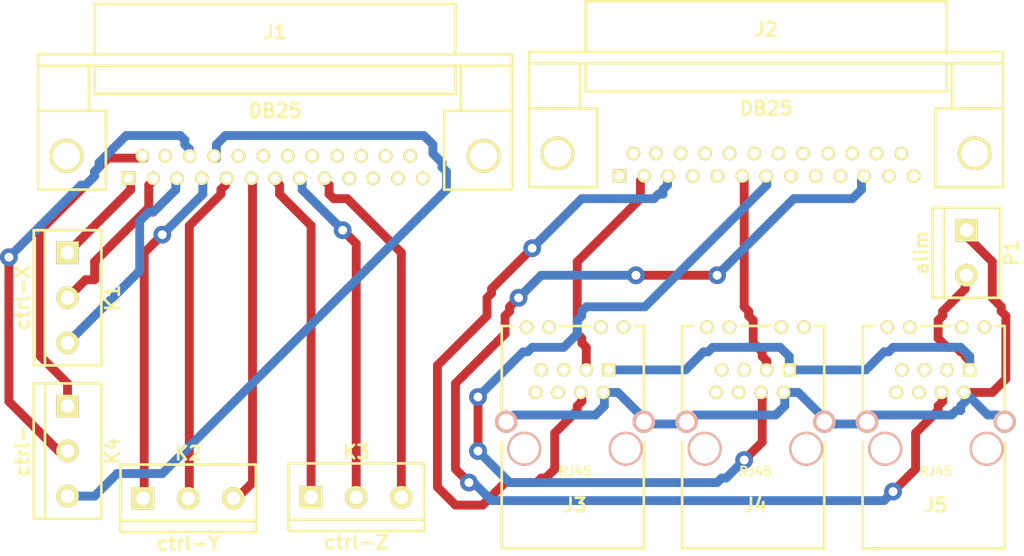
<source format=kicad_pcb>
(kicad_pcb (version 3) (host pcbnew "(2013-07-07 BZR 4022)-stable")

  (general
    (links 30)
    (no_connects 1)
    (area 115.316 86.36 230.632 150.876)
    (thickness 1.6)
    (drawings 0)
    (tracks 281)
    (zones 0)
    (modules 10)
    (nets 21)
  )

  (page A3)
  (layers
    (15 Dessus.Cu signal)
    (0 Dessous.Cu signal)
    (16 Dessous.Adhes user)
    (17 Dessus.Adhes user)
    (18 Dessous.Pate user)
    (19 Dessus.Pate user)
    (20 Dessous.SilkS user)
    (21 Dessus.SilkS user)
    (22 Dessous.Masque user)
    (23 Dessus.Masque user)
    (24 Dessin.User user)
    (25 Cmts.User user)
    (26 Eco1.User user)
    (27 Eco2.User user)
    (28 Contours.Ci user)
  )

  (setup
    (last_trace_width 1)
    (trace_clearance 1)
    (zone_clearance 0.508)
    (zone_45_only no)
    (trace_min 0.254)
    (segment_width 0.2)
    (edge_width 0.15)
    (via_size 2)
    (via_drill 1)
    (via_min_size 0.889)
    (via_min_drill 0.508)
    (uvia_size 0.508)
    (uvia_drill 0.127)
    (uvias_allowed no)
    (uvia_min_size 0.508)
    (uvia_min_drill 0.127)
    (pcb_text_width 0.3)
    (pcb_text_size 1.5 1.5)
    (mod_edge_width 0.15)
    (mod_text_size 1.5 1.5)
    (mod_text_width 0.15)
    (pad_size 1.524 1.524)
    (pad_drill 0.762)
    (pad_to_mask_clearance 0.2)
    (aux_axis_origin 0 0)
    (visible_elements 7FFFFFFF)
    (pcbplotparams
      (layerselection 3178497)
      (usegerberextensions true)
      (excludeedgelayer true)
      (linewidth 0.100000)
      (plotframeref false)
      (viasonmask false)
      (mode 1)
      (useauxorigin false)
      (hpglpennumber 1)
      (hpglpenspeed 20)
      (hpglpendiameter 15)
      (hpglpenoverlay 2)
      (psnegative false)
      (psa4output false)
      (plotreference true)
      (plotvalue true)
      (plotothertext true)
      (plotinvisibletext false)
      (padsonsilk false)
      (subtractmaskfromsilk false)
      (outputformat 1)
      (mirror false)
      (drillshape 1)
      (scaleselection 1)
      (outputdirectory ""))
  )

  (net 0 "")
  (net 1 +5V)
  (net 2 GND)
  (net 3 N-000001)
  (net 4 N-0000011)
  (net 5 N-0000012)
  (net 6 N-0000013)
  (net 7 N-0000014)
  (net 8 N-0000015)
  (net 9 N-0000016)
  (net 10 N-0000017)
  (net 11 N-0000018)
  (net 12 N-0000019)
  (net 13 N-000002)
  (net 14 N-0000020)
  (net 15 N-000003)
  (net 16 N-000004)
  (net 17 N-000005)
  (net 18 N-000006)
  (net 19 N-000007)
  (net 20 N-000008)

  (net_class Default "Ceci est la Netclass par défaut"
    (clearance 1)
    (trace_width 1)
    (via_dia 2)
    (via_drill 1)
    (uvia_dia 0.508)
    (uvia_drill 0.127)
    (add_net "")
    (add_net +5V)
    (add_net GND)
    (add_net N-000001)
    (add_net N-0000011)
    (add_net N-0000012)
    (add_net N-0000013)
    (add_net N-0000014)
    (add_net N-0000015)
    (add_net N-0000016)
    (add_net N-0000017)
    (add_net N-0000018)
    (add_net N-0000019)
    (add_net N-000002)
    (add_net N-0000020)
    (add_net N-000003)
    (add_net N-000004)
    (add_net N-000005)
    (add_net N-000006)
    (add_net N-000007)
    (add_net N-000008)
  )

  (module RJ45_TRANSFO (layer Dessus.Cu) (tedit 4C6963A3) (tstamp 52B60510)
    (at 224.028 129.54)
    (tags RJ45)
    (path /52B5FB4D)
    (fp_text reference J5 (at -3.81 15.24) (layer Dessus.SilkS)
      (effects (font (size 1.524 1.524) (thickness 0.3048)))
    )
    (fp_text value RJ45 (at -3.81 11.43) (layer Dessus.SilkS)
      (effects (font (size 1.00076 1.00076) (thickness 0.2032)))
    )
    (fp_line (start 3.937 20.066) (end 3.937 8.128) (layer Dessus.SilkS) (width 0.3048))
    (fp_line (start 3.937 4.953) (end 3.937 -4.953) (layer Dessus.SilkS) (width 0.3048))
    (fp_line (start -12.065 20.066) (end -12.065 8.128) (layer Dessus.SilkS) (width 0.3048))
    (fp_line (start -12.065 4.953) (end -12.065 -4.953) (layer Dessus.SilkS) (width 0.3048))
    (fp_line (start 3.937 -4.953) (end 2.921 -4.953) (layer Dessus.SilkS) (width 0.3048))
    (fp_line (start -5.461 -4.953) (end -2.159 -4.953) (layer Dessus.SilkS) (width 0.3048))
    (fp_line (start -12.065 -4.953) (end -10.795 -4.953) (layer Dessus.SilkS) (width 0.3048))
    (fp_line (start -12.065 20.11172) (end 3.937 20.11172) (layer Dessus.SilkS) (width 0.3048))
    (pad Hole thru_hole circle (at 1.905 8.89) (size 3.85064 3.85064) (drill 3.302)
      (layers *.Cu *.SilkS *.Mask)
    )
    (pad Hole thru_hole circle (at -9.525 8.89) (size 3.85064 3.85064) (drill 3.302)
      (layers *.Cu *.SilkS *.Mask)
    )
    (pad 8 thru_hole circle (at -8.255 2.54) (size 1.524 1.524) (drill 1.016)
      (layers *.Cu *.Mask Dessus.SilkS)
    )
    (pad 7 thru_hole circle (at -7.62 0) (size 1.524 1.524) (drill 1.016)
      (layers *.Cu *.Mask Dessus.SilkS)
    )
    (pad 6 thru_hole circle (at -5.715 2.54) (size 1.524 1.524) (drill 1.016)
      (layers *.Cu *.Mask Dessus.SilkS)
    )
    (pad 5 thru_hole circle (at -5.08 0) (size 1.524 1.524) (drill 1.016)
      (layers *.Cu *.Mask Dessus.SilkS)
    )
    (pad 4 thru_hole circle (at -3.175 2.54) (size 1.524 1.524) (drill 1.016)
      (layers *.Cu *.Mask Dessus.SilkS)
      (net 7 N-0000014)
    )
    (pad 3 thru_hole circle (at -2.54 0) (size 1.524 1.524) (drill 1.016)
      (layers *.Cu *.Mask Dessus.SilkS)
      (net 10 N-0000017)
    )
    (pad 2 thru_hole circle (at -0.635 2.54) (size 1.524 1.524) (drill 1.016)
      (layers *.Cu *.Mask Dessus.SilkS)
      (net 2 GND)
    )
    (pad 13 thru_hole circle (at 3.937 5.842) (size 2.54 2.54) (drill 1.778)
      (layers *.Cu *.SilkS *.Mask)
      (net 2 GND)
    )
    (pad 13 thru_hole circle (at -11.557 5.842) (size 2.54 2.54) (drill 1.778)
      (layers *.Cu *.SilkS *.Mask)
      (net 2 GND)
    )
    (pad YK thru_hole circle (at -6.731 -4.826) (size 1.524 1.524) (drill 1.016)
      (layers *.Cu *.Mask Dessus.SilkS)
    )
    (pad GA thru_hole circle (at -0.889 -4.826) (size 1.524 1.524) (drill 1.016)
      (layers *.Cu *.Mask Dessus.SilkS)
    )
    (pad YA thru_hole circle (at -9.271 -4.826) (size 1.524 1.524) (drill 1.016)
      (layers *.Cu *.Mask Dessus.SilkS)
    )
    (pad GK thru_hole circle (at 1.651 -4.826) (size 1.524 1.524) (drill 1.016)
      (layers *.Cu *.Mask Dessus.SilkS)
    )
    (pad 1 thru_hole rect (at 0 0) (size 1.524 1.524) (drill 1.016)
      (layers *.Cu *.Mask Dessus.SilkS)
      (net 1 +5V)
    )
  )

  (module RJ45_TRANSFO (layer Dessus.Cu) (tedit 4C6963A3) (tstamp 52B6052C)
    (at 203.708 129.54)
    (tags RJ45)
    (path /52B5FC63)
    (fp_text reference J4 (at -3.81 15.24) (layer Dessus.SilkS)
      (effects (font (size 1.524 1.524) (thickness 0.3048)))
    )
    (fp_text value RJ45 (at -3.81 11.43) (layer Dessus.SilkS)
      (effects (font (size 1.00076 1.00076) (thickness 0.2032)))
    )
    (fp_line (start 3.937 20.066) (end 3.937 8.128) (layer Dessus.SilkS) (width 0.3048))
    (fp_line (start 3.937 4.953) (end 3.937 -4.953) (layer Dessus.SilkS) (width 0.3048))
    (fp_line (start -12.065 20.066) (end -12.065 8.128) (layer Dessus.SilkS) (width 0.3048))
    (fp_line (start -12.065 4.953) (end -12.065 -4.953) (layer Dessus.SilkS) (width 0.3048))
    (fp_line (start 3.937 -4.953) (end 2.921 -4.953) (layer Dessus.SilkS) (width 0.3048))
    (fp_line (start -5.461 -4.953) (end -2.159 -4.953) (layer Dessus.SilkS) (width 0.3048))
    (fp_line (start -12.065 -4.953) (end -10.795 -4.953) (layer Dessus.SilkS) (width 0.3048))
    (fp_line (start -12.065 20.11172) (end 3.937 20.11172) (layer Dessus.SilkS) (width 0.3048))
    (pad Hole thru_hole circle (at 1.905 8.89) (size 3.85064 3.85064) (drill 3.302)
      (layers *.Cu *.SilkS *.Mask)
    )
    (pad Hole thru_hole circle (at -9.525 8.89) (size 3.85064 3.85064) (drill 3.302)
      (layers *.Cu *.SilkS *.Mask)
    )
    (pad 8 thru_hole circle (at -8.255 2.54) (size 1.524 1.524) (drill 1.016)
      (layers *.Cu *.Mask Dessus.SilkS)
    )
    (pad 7 thru_hole circle (at -7.62 0) (size 1.524 1.524) (drill 1.016)
      (layers *.Cu *.Mask Dessus.SilkS)
    )
    (pad 6 thru_hole circle (at -5.715 2.54) (size 1.524 1.524) (drill 1.016)
      (layers *.Cu *.Mask Dessus.SilkS)
    )
    (pad 5 thru_hole circle (at -5.08 0) (size 1.524 1.524) (drill 1.016)
      (layers *.Cu *.Mask Dessus.SilkS)
    )
    (pad 4 thru_hole circle (at -3.175 2.54) (size 1.524 1.524) (drill 1.016)
      (layers *.Cu *.Mask Dessus.SilkS)
      (net 9 N-0000016)
    )
    (pad 3 thru_hole circle (at -2.54 0) (size 1.524 1.524) (drill 1.016)
      (layers *.Cu *.Mask Dessus.SilkS)
      (net 8 N-0000015)
    )
    (pad 2 thru_hole circle (at -0.635 2.54) (size 1.524 1.524) (drill 1.016)
      (layers *.Cu *.Mask Dessus.SilkS)
      (net 2 GND)
    )
    (pad 13 thru_hole circle (at 3.937 5.842) (size 2.54 2.54) (drill 1.778)
      (layers *.Cu *.SilkS *.Mask)
      (net 2 GND)
    )
    (pad 13 thru_hole circle (at -11.557 5.842) (size 2.54 2.54) (drill 1.778)
      (layers *.Cu *.SilkS *.Mask)
      (net 2 GND)
    )
    (pad YK thru_hole circle (at -6.731 -4.826) (size 1.524 1.524) (drill 1.016)
      (layers *.Cu *.Mask Dessus.SilkS)
    )
    (pad GA thru_hole circle (at -0.889 -4.826) (size 1.524 1.524) (drill 1.016)
      (layers *.Cu *.Mask Dessus.SilkS)
    )
    (pad YA thru_hole circle (at -9.271 -4.826) (size 1.524 1.524) (drill 1.016)
      (layers *.Cu *.Mask Dessus.SilkS)
    )
    (pad GK thru_hole circle (at 1.651 -4.826) (size 1.524 1.524) (drill 1.016)
      (layers *.Cu *.Mask Dessus.SilkS)
    )
    (pad 1 thru_hole rect (at 0 0) (size 1.524 1.524) (drill 1.016)
      (layers *.Cu *.Mask Dessus.SilkS)
      (net 1 +5V)
    )
  )

  (module RJ45_TRANSFO (layer Dessus.Cu) (tedit 4C6963A3) (tstamp 52B60548)
    (at 183.388 129.54)
    (tags RJ45)
    (path /52B5FC69)
    (fp_text reference J3 (at -3.81 15.24) (layer Dessus.SilkS)
      (effects (font (size 1.524 1.524) (thickness 0.3048)))
    )
    (fp_text value RJ45 (at -3.81 11.43) (layer Dessus.SilkS)
      (effects (font (size 1.00076 1.00076) (thickness 0.2032)))
    )
    (fp_line (start 3.937 20.066) (end 3.937 8.128) (layer Dessus.SilkS) (width 0.3048))
    (fp_line (start 3.937 4.953) (end 3.937 -4.953) (layer Dessus.SilkS) (width 0.3048))
    (fp_line (start -12.065 20.066) (end -12.065 8.128) (layer Dessus.SilkS) (width 0.3048))
    (fp_line (start -12.065 4.953) (end -12.065 -4.953) (layer Dessus.SilkS) (width 0.3048))
    (fp_line (start 3.937 -4.953) (end 2.921 -4.953) (layer Dessus.SilkS) (width 0.3048))
    (fp_line (start -5.461 -4.953) (end -2.159 -4.953) (layer Dessus.SilkS) (width 0.3048))
    (fp_line (start -12.065 -4.953) (end -10.795 -4.953) (layer Dessus.SilkS) (width 0.3048))
    (fp_line (start -12.065 20.11172) (end 3.937 20.11172) (layer Dessus.SilkS) (width 0.3048))
    (pad Hole thru_hole circle (at 1.905 8.89) (size 3.85064 3.85064) (drill 3.302)
      (layers *.Cu *.SilkS *.Mask)
    )
    (pad Hole thru_hole circle (at -9.525 8.89) (size 3.85064 3.85064) (drill 3.302)
      (layers *.Cu *.SilkS *.Mask)
    )
    (pad 8 thru_hole circle (at -8.255 2.54) (size 1.524 1.524) (drill 1.016)
      (layers *.Cu *.Mask Dessus.SilkS)
    )
    (pad 7 thru_hole circle (at -7.62 0) (size 1.524 1.524) (drill 1.016)
      (layers *.Cu *.Mask Dessus.SilkS)
    )
    (pad 6 thru_hole circle (at -5.715 2.54) (size 1.524 1.524) (drill 1.016)
      (layers *.Cu *.Mask Dessus.SilkS)
    )
    (pad 5 thru_hole circle (at -5.08 0) (size 1.524 1.524) (drill 1.016)
      (layers *.Cu *.Mask Dessus.SilkS)
    )
    (pad 4 thru_hole circle (at -3.175 2.54) (size 1.524 1.524) (drill 1.016)
      (layers *.Cu *.Mask Dessus.SilkS)
      (net 14 N-0000020)
    )
    (pad 3 thru_hole circle (at -2.54 0) (size 1.524 1.524) (drill 1.016)
      (layers *.Cu *.Mask Dessus.SilkS)
      (net 12 N-0000019)
    )
    (pad 2 thru_hole circle (at -0.635 2.54) (size 1.524 1.524) (drill 1.016)
      (layers *.Cu *.Mask Dessus.SilkS)
      (net 2 GND)
    )
    (pad 13 thru_hole circle (at 3.937 5.842) (size 2.54 2.54) (drill 1.778)
      (layers *.Cu *.SilkS *.Mask)
      (net 2 GND)
    )
    (pad 13 thru_hole circle (at -11.557 5.842) (size 2.54 2.54) (drill 1.778)
      (layers *.Cu *.SilkS *.Mask)
      (net 2 GND)
    )
    (pad YK thru_hole circle (at -6.731 -4.826) (size 1.524 1.524) (drill 1.016)
      (layers *.Cu *.Mask Dessus.SilkS)
    )
    (pad GA thru_hole circle (at -0.889 -4.826) (size 1.524 1.524) (drill 1.016)
      (layers *.Cu *.Mask Dessus.SilkS)
    )
    (pad YA thru_hole circle (at -9.271 -4.826) (size 1.524 1.524) (drill 1.016)
      (layers *.Cu *.Mask Dessus.SilkS)
    )
    (pad GK thru_hole circle (at 1.651 -4.826) (size 1.524 1.524) (drill 1.016)
      (layers *.Cu *.Mask Dessus.SilkS)
    )
    (pad 1 thru_hole rect (at 0 0) (size 1.524 1.524) (drill 1.016)
      (layers *.Cu *.Mask Dessus.SilkS)
      (net 1 +5V)
    )
  )

  (module DB25FC (layer Dessus.Cu) (tedit 200000) (tstamp 52B6057B)
    (at 201.0918 106.4133)
    (descr "Connecteur DB25 femelle couche")
    (tags "CONN DB25")
    (path /52B5FB03)
    (fp_text reference J2 (at 0 -15.24) (layer Dessus.SilkS)
      (effects (font (size 1.524 1.524) (thickness 0.3048)))
    )
    (fp_text value DB25 (at 0 -6.35) (layer Dessus.SilkS)
      (effects (font (size 1.524 1.524) (thickness 0.3048)))
    )
    (fp_line (start 26.67 -11.43) (end 26.67 2.54) (layer Dessus.SilkS) (width 0.3048))
    (fp_line (start 19.05 -6.35) (end 19.05 2.54) (layer Dessus.SilkS) (width 0.3048))
    (fp_line (start 20.955 -11.43) (end 20.955 -6.35) (layer Dessus.SilkS) (width 0.3048))
    (fp_line (start -20.955 -11.43) (end -20.955 -6.35) (layer Dessus.SilkS) (width 0.3048))
    (fp_line (start -19.05 -6.35) (end -19.05 2.54) (layer Dessus.SilkS) (width 0.3048))
    (fp_line (start -26.67 2.54) (end -26.67 -11.43) (layer Dessus.SilkS) (width 0.3048))
    (fp_line (start 26.67 -6.35) (end 19.05 -6.35) (layer Dessus.SilkS) (width 0.3048))
    (fp_line (start -26.67 -6.35) (end -19.05 -6.35) (layer Dessus.SilkS) (width 0.3048))
    (fp_line (start 20.32 -8.255) (end 20.32 -11.43) (layer Dessus.SilkS) (width 0.3048))
    (fp_line (start -20.32 -8.255) (end -20.32 -11.43) (layer Dessus.SilkS) (width 0.3048))
    (fp_line (start 20.32 -18.415) (end 20.32 -12.7) (layer Dessus.SilkS) (width 0.3048))
    (fp_line (start -20.32 -18.415) (end -20.32 -12.7) (layer Dessus.SilkS) (width 0.3048))
    (fp_line (start 26.67 -11.43) (end 26.67 -12.7) (layer Dessus.SilkS) (width 0.3048))
    (fp_line (start 26.67 -12.7) (end -26.67 -12.7) (layer Dessus.SilkS) (width 0.3048))
    (fp_line (start -26.67 -12.7) (end -26.67 -11.43) (layer Dessus.SilkS) (width 0.3048))
    (fp_line (start -26.67 -11.43) (end 26.67 -11.43) (layer Dessus.SilkS) (width 0.3048))
    (fp_line (start 19.05 2.54) (end 26.67 2.54) (layer Dessus.SilkS) (width 0.3048))
    (fp_line (start -20.32 -8.255) (end 20.32 -8.255) (layer Dessus.SilkS) (width 0.3048))
    (fp_line (start -20.32 -18.415) (end 20.32 -18.415) (layer Dessus.SilkS) (width 0.3048))
    (fp_line (start -26.67 2.54) (end -19.05 2.54) (layer Dessus.SilkS) (width 0.3048))
    (pad "" thru_hole circle (at 23.495 -1.27) (size 3.81 3.81) (drill 3.048)
      (layers *.Cu *.Mask Dessus.SilkS)
    )
    (pad "" thru_hole circle (at -23.495 -1.27) (size 3.81 3.81) (drill 3.048)
      (layers *.Cu *.Mask Dessus.SilkS)
    )
    (pad 1 thru_hole rect (at -16.51 1.27) (size 1.524 1.524) (drill 1.016)
      (layers *.Cu *.Mask Dessus.SilkS)
    )
    (pad 2 thru_hole circle (at -13.716 1.27) (size 1.524 1.524) (drill 1.016)
      (layers *.Cu *.Mask Dessus.SilkS)
      (net 12 N-0000019)
    )
    (pad 3 thru_hole circle (at -11.049 1.27) (size 1.524 1.524) (drill 1.016)
      (layers *.Cu *.Mask Dessus.SilkS)
      (net 14 N-0000020)
    )
    (pad 4 thru_hole circle (at -8.255 1.27) (size 1.524 1.524) (drill 1.016)
      (layers *.Cu *.Mask Dessus.SilkS)
    )
    (pad 5 thru_hole circle (at -5.461 1.27) (size 1.524 1.524) (drill 1.016)
      (layers *.Cu *.Mask Dessus.SilkS)
    )
    (pad 6 thru_hole circle (at -2.667 1.27) (size 1.524 1.524) (drill 1.016)
      (layers *.Cu *.Mask Dessus.SilkS)
      (net 8 N-0000015)
    )
    (pad 7 thru_hole circle (at 0 1.27) (size 1.524 1.524) (drill 1.016)
      (layers *.Cu *.Mask Dessus.SilkS)
      (net 9 N-0000016)
    )
    (pad 8 thru_hole circle (at 2.794 1.27) (size 1.524 1.524) (drill 1.016)
      (layers *.Cu *.Mask Dessus.SilkS)
    )
    (pad 9 thru_hole circle (at 5.588 1.27) (size 1.524 1.524) (drill 1.016)
      (layers *.Cu *.Mask Dessus.SilkS)
    )
    (pad 10 thru_hole circle (at 8.382 1.27) (size 1.524 1.524) (drill 1.016)
      (layers *.Cu *.Mask Dessus.SilkS)
      (net 10 N-0000017)
    )
    (pad 11 thru_hole circle (at 11.049 1.27) (size 1.524 1.524) (drill 1.016)
      (layers *.Cu *.Mask Dessus.SilkS)
      (net 7 N-0000014)
    )
    (pad 12 thru_hole circle (at 13.843 1.27) (size 1.524 1.524) (drill 1.016)
      (layers *.Cu *.Mask Dessus.SilkS)
    )
    (pad 13 thru_hole circle (at 16.637 1.27) (size 1.524 1.524) (drill 1.016)
      (layers *.Cu *.Mask Dessus.SilkS)
    )
    (pad 14 thru_hole circle (at -14.9352 -1.27) (size 1.524 1.524) (drill 1.016)
      (layers *.Cu *.Mask Dessus.SilkS)
    )
    (pad 15 thru_hole circle (at -12.3952 -1.27) (size 1.524 1.524) (drill 1.016)
      (layers *.Cu *.Mask Dessus.SilkS)
    )
    (pad 16 thru_hole circle (at -9.6012 -1.27) (size 1.524 1.524) (drill 1.016)
      (layers *.Cu *.Mask Dessus.SilkS)
    )
    (pad 17 thru_hole circle (at -6.858 -1.27) (size 1.524 1.524) (drill 1.016)
      (layers *.Cu *.Mask Dessus.SilkS)
    )
    (pad 18 thru_hole circle (at -4.1148 -1.27) (size 1.524 1.524) (drill 1.016)
      (layers *.Cu *.Mask Dessus.SilkS)
    )
    (pad 19 thru_hole circle (at -1.3208 -1.27) (size 1.524 1.524) (drill 1.016)
      (layers *.Cu *.Mask Dessus.SilkS)
    )
    (pad 20 thru_hole circle (at 1.4224 -1.27) (size 1.524 1.524) (drill 1.016)
      (layers *.Cu *.Mask Dessus.SilkS)
    )
    (pad 21 thru_hole circle (at 4.1656 -1.27) (size 1.524 1.524) (drill 1.016)
      (layers *.Cu *.Mask Dessus.SilkS)
    )
    (pad 22 thru_hole circle (at 7.0104 -1.27) (size 1.524 1.524) (drill 1.016)
      (layers *.Cu *.Mask Dessus.SilkS)
    )
    (pad 23 thru_hole circle (at 9.7028 -1.27) (size 1.524 1.524) (drill 1.016)
      (layers *.Cu *.Mask Dessus.SilkS)
    )
    (pad 24 thru_hole circle (at 12.446 -1.27) (size 1.524 1.524) (drill 1.016)
      (layers *.Cu *.Mask Dessus.SilkS)
    )
    (pad 25 thru_hole circle (at 15.24 -1.27) (size 1.524 1.524) (drill 1.016)
      (layers *.Cu *.Mask Dessus.SilkS)
    )
    (model conn_DBxx/db25_female_pin90deg.wrl
      (at (xyz 0 0 0))
      (scale (xyz 1 1 1))
      (rotate (xyz 0 0 0))
    )
  )

  (module DB25FC (layer Dessus.Cu) (tedit 200000) (tstamp 52B605AE)
    (at 145.796 106.68)
    (descr "Connecteur DB25 femelle couche")
    (tags "CONN DB25")
    (path /52B5FB13)
    (fp_text reference J1 (at 0 -15.24) (layer Dessus.SilkS)
      (effects (font (size 1.524 1.524) (thickness 0.3048)))
    )
    (fp_text value DB25 (at 0 -6.35) (layer Dessus.SilkS)
      (effects (font (size 1.524 1.524) (thickness 0.3048)))
    )
    (fp_line (start 26.67 -11.43) (end 26.67 2.54) (layer Dessus.SilkS) (width 0.3048))
    (fp_line (start 19.05 -6.35) (end 19.05 2.54) (layer Dessus.SilkS) (width 0.3048))
    (fp_line (start 20.955 -11.43) (end 20.955 -6.35) (layer Dessus.SilkS) (width 0.3048))
    (fp_line (start -20.955 -11.43) (end -20.955 -6.35) (layer Dessus.SilkS) (width 0.3048))
    (fp_line (start -19.05 -6.35) (end -19.05 2.54) (layer Dessus.SilkS) (width 0.3048))
    (fp_line (start -26.67 2.54) (end -26.67 -11.43) (layer Dessus.SilkS) (width 0.3048))
    (fp_line (start 26.67 -6.35) (end 19.05 -6.35) (layer Dessus.SilkS) (width 0.3048))
    (fp_line (start -26.67 -6.35) (end -19.05 -6.35) (layer Dessus.SilkS) (width 0.3048))
    (fp_line (start 20.32 -8.255) (end 20.32 -11.43) (layer Dessus.SilkS) (width 0.3048))
    (fp_line (start -20.32 -8.255) (end -20.32 -11.43) (layer Dessus.SilkS) (width 0.3048))
    (fp_line (start 20.32 -18.415) (end 20.32 -12.7) (layer Dessus.SilkS) (width 0.3048))
    (fp_line (start -20.32 -18.415) (end -20.32 -12.7) (layer Dessus.SilkS) (width 0.3048))
    (fp_line (start 26.67 -11.43) (end 26.67 -12.7) (layer Dessus.SilkS) (width 0.3048))
    (fp_line (start 26.67 -12.7) (end -26.67 -12.7) (layer Dessus.SilkS) (width 0.3048))
    (fp_line (start -26.67 -12.7) (end -26.67 -11.43) (layer Dessus.SilkS) (width 0.3048))
    (fp_line (start -26.67 -11.43) (end 26.67 -11.43) (layer Dessus.SilkS) (width 0.3048))
    (fp_line (start 19.05 2.54) (end 26.67 2.54) (layer Dessus.SilkS) (width 0.3048))
    (fp_line (start -20.32 -8.255) (end 20.32 -8.255) (layer Dessus.SilkS) (width 0.3048))
    (fp_line (start -20.32 -18.415) (end 20.32 -18.415) (layer Dessus.SilkS) (width 0.3048))
    (fp_line (start -26.67 2.54) (end -19.05 2.54) (layer Dessus.SilkS) (width 0.3048))
    (pad "" thru_hole circle (at 23.495 -1.27) (size 3.81 3.81) (drill 3.048)
      (layers *.Cu *.Mask Dessus.SilkS)
    )
    (pad "" thru_hole circle (at -23.495 -1.27) (size 3.81 3.81) (drill 3.048)
      (layers *.Cu *.Mask Dessus.SilkS)
    )
    (pad 1 thru_hole rect (at -16.51 1.27) (size 1.524 1.524) (drill 1.016)
      (layers *.Cu *.Mask Dessus.SilkS)
      (net 4 N-0000011)
    )
    (pad 2 thru_hole circle (at -13.716 1.27) (size 1.524 1.524) (drill 1.016)
      (layers *.Cu *.Mask Dessus.SilkS)
      (net 5 N-0000012)
    )
    (pad 3 thru_hole circle (at -11.049 1.27) (size 1.524 1.524) (drill 1.016)
      (layers *.Cu *.Mask Dessus.SilkS)
      (net 6 N-0000013)
    )
    (pad 4 thru_hole circle (at -8.255 1.27) (size 1.524 1.524) (drill 1.016)
      (layers *.Cu *.Mask Dessus.SilkS)
      (net 3 N-000001)
    )
    (pad 5 thru_hole circle (at -5.461 1.27) (size 1.524 1.524) (drill 1.016)
      (layers *.Cu *.Mask Dessus.SilkS)
      (net 13 N-000002)
    )
    (pad 6 thru_hole circle (at -2.667 1.27) (size 1.524 1.524) (drill 1.016)
      (layers *.Cu *.Mask Dessus.SilkS)
      (net 15 N-000003)
    )
    (pad 7 thru_hole circle (at 0 1.27) (size 1.524 1.524) (drill 1.016)
      (layers *.Cu *.Mask Dessus.SilkS)
      (net 16 N-000004)
    )
    (pad 8 thru_hole circle (at 2.794 1.27) (size 1.524 1.524) (drill 1.016)
      (layers *.Cu *.Mask Dessus.SilkS)
      (net 17 N-000005)
    )
    (pad 9 thru_hole circle (at 5.588 1.27) (size 1.524 1.524) (drill 1.016)
      (layers *.Cu *.Mask Dessus.SilkS)
      (net 18 N-000006)
    )
    (pad 10 thru_hole circle (at 8.382 1.27) (size 1.524 1.524) (drill 1.016)
      (layers *.Cu *.Mask Dessus.SilkS)
    )
    (pad 11 thru_hole circle (at 11.049 1.27) (size 1.524 1.524) (drill 1.016)
      (layers *.Cu *.Mask Dessus.SilkS)
    )
    (pad 12 thru_hole circle (at 13.843 1.27) (size 1.524 1.524) (drill 1.016)
      (layers *.Cu *.Mask Dessus.SilkS)
    )
    (pad 13 thru_hole circle (at 16.637 1.27) (size 1.524 1.524) (drill 1.016)
      (layers *.Cu *.Mask Dessus.SilkS)
    )
    (pad 14 thru_hole circle (at -14.9352 -1.27) (size 1.524 1.524) (drill 1.016)
      (layers *.Cu *.Mask Dessus.SilkS)
      (net 19 N-000007)
    )
    (pad 15 thru_hole circle (at -12.3952 -1.27) (size 1.524 1.524) (drill 1.016)
      (layers *.Cu *.Mask Dessus.SilkS)
    )
    (pad 16 thru_hole circle (at -9.6012 -1.27) (size 1.524 1.524) (drill 1.016)
      (layers *.Cu *.Mask Dessus.SilkS)
      (net 20 N-000008)
    )
    (pad 17 thru_hole circle (at -6.858 -1.27) (size 1.524 1.524) (drill 1.016)
      (layers *.Cu *.Mask Dessus.SilkS)
      (net 11 N-0000018)
    )
    (pad 18 thru_hole circle (at -4.1148 -1.27) (size 1.524 1.524) (drill 1.016)
      (layers *.Cu *.Mask Dessus.SilkS)
    )
    (pad 19 thru_hole circle (at -1.3208 -1.27) (size 1.524 1.524) (drill 1.016)
      (layers *.Cu *.Mask Dessus.SilkS)
    )
    (pad 20 thru_hole circle (at 1.4224 -1.27) (size 1.524 1.524) (drill 1.016)
      (layers *.Cu *.Mask Dessus.SilkS)
    )
    (pad 21 thru_hole circle (at 4.1656 -1.27) (size 1.524 1.524) (drill 1.016)
      (layers *.Cu *.Mask Dessus.SilkS)
    )
    (pad 22 thru_hole circle (at 7.0104 -1.27) (size 1.524 1.524) (drill 1.016)
      (layers *.Cu *.Mask Dessus.SilkS)
    )
    (pad 23 thru_hole circle (at 9.7028 -1.27) (size 1.524 1.524) (drill 1.016)
      (layers *.Cu *.Mask Dessus.SilkS)
    )
    (pad 24 thru_hole circle (at 12.446 -1.27) (size 1.524 1.524) (drill 1.016)
      (layers *.Cu *.Mask Dessus.SilkS)
    )
    (pad 25 thru_hole circle (at 15.24 -1.27) (size 1.524 1.524) (drill 1.016)
      (layers *.Cu *.Mask Dessus.SilkS)
    )
    (model conn_DBxx/db25_female_pin90deg.wrl
      (at (xyz 0 0 0))
      (scale (xyz 1 1 1))
      (rotate (xyz 0 0 0))
    )
  )

  (module bornier3 (layer Dessus.Cu) (tedit 3EC0ECFA) (tstamp 52B605BA)
    (at 122.428 121.412 270)
    (descr "Bornier d'alimentation 3 pins")
    (tags DEV)
    (path /52B5FD20)
    (fp_text reference K1 (at 0 -5.08 270) (layer Dessus.SilkS)
      (effects (font (size 1.524 1.524) (thickness 0.3048)))
    )
    (fp_text value ctrl-X (at 0 5.08 270) (layer Dessus.SilkS)
      (effects (font (size 1.524 1.524) (thickness 0.3048)))
    )
    (fp_line (start -7.62 3.81) (end -7.62 -3.81) (layer Dessus.SilkS) (width 0.3048))
    (fp_line (start 7.62 3.81) (end 7.62 -3.81) (layer Dessus.SilkS) (width 0.3048))
    (fp_line (start -7.62 2.54) (end 7.62 2.54) (layer Dessus.SilkS) (width 0.3048))
    (fp_line (start -7.62 -3.81) (end 7.62 -3.81) (layer Dessus.SilkS) (width 0.3048))
    (fp_line (start -7.62 3.81) (end 7.62 3.81) (layer Dessus.SilkS) (width 0.3048))
    (pad 1 thru_hole rect (at -5.08 0 270) (size 2.54 2.54) (drill 1.524)
      (layers *.Cu *.Mask Dessus.SilkS)
      (net 4 N-0000011)
    )
    (pad 2 thru_hole circle (at 0 0 270) (size 2.54 2.54) (drill 1.524)
      (layers *.Cu *.Mask Dessus.SilkS)
      (net 5 N-0000012)
    )
    (pad 3 thru_hole circle (at 5.08 0 270) (size 2.54 2.54) (drill 1.524)
      (layers *.Cu *.Mask Dessus.SilkS)
      (net 6 N-0000013)
    )
    (model device/bornier_3.wrl
      (at (xyz 0 0 0))
      (scale (xyz 1 1 1))
      (rotate (xyz 0 0 0))
    )
  )

  (module bornier3 (layer Dessus.Cu) (tedit 3EC0ECFA) (tstamp 52B605C6)
    (at 136.017 144.018)
    (descr "Bornier d'alimentation 3 pins")
    (tags DEV)
    (path /52B5FD2D)
    (fp_text reference K2 (at 0 -5.08) (layer Dessus.SilkS)
      (effects (font (size 1.524 1.524) (thickness 0.3048)))
    )
    (fp_text value ctrl-Y (at 0 5.08) (layer Dessus.SilkS)
      (effects (font (size 1.524 1.524) (thickness 0.3048)))
    )
    (fp_line (start -7.62 3.81) (end -7.62 -3.81) (layer Dessus.SilkS) (width 0.3048))
    (fp_line (start 7.62 3.81) (end 7.62 -3.81) (layer Dessus.SilkS) (width 0.3048))
    (fp_line (start -7.62 2.54) (end 7.62 2.54) (layer Dessus.SilkS) (width 0.3048))
    (fp_line (start -7.62 -3.81) (end 7.62 -3.81) (layer Dessus.SilkS) (width 0.3048))
    (fp_line (start -7.62 3.81) (end 7.62 3.81) (layer Dessus.SilkS) (width 0.3048))
    (pad 1 thru_hole rect (at -5.08 0) (size 2.54 2.54) (drill 1.524)
      (layers *.Cu *.Mask Dessus.SilkS)
      (net 3 N-000001)
    )
    (pad 2 thru_hole circle (at 0 0) (size 2.54 2.54) (drill 1.524)
      (layers *.Cu *.Mask Dessus.SilkS)
      (net 13 N-000002)
    )
    (pad 3 thru_hole circle (at 5.08 0) (size 2.54 2.54) (drill 1.524)
      (layers *.Cu *.Mask Dessus.SilkS)
      (net 15 N-000003)
    )
    (model device/bornier_3.wrl
      (at (xyz 0 0 0))
      (scale (xyz 1 1 1))
      (rotate (xyz 0 0 0))
    )
  )

  (module bornier3 (layer Dessus.Cu) (tedit 3EC0ECFA) (tstamp 52B605D2)
    (at 154.94 143.891)
    (descr "Bornier d'alimentation 3 pins")
    (tags DEV)
    (path /52B5FD33)
    (fp_text reference K3 (at 0 -5.08) (layer Dessus.SilkS)
      (effects (font (size 1.524 1.524) (thickness 0.3048)))
    )
    (fp_text value ctrl-Z (at 0 5.08) (layer Dessus.SilkS)
      (effects (font (size 1.524 1.524) (thickness 0.3048)))
    )
    (fp_line (start -7.62 3.81) (end -7.62 -3.81) (layer Dessus.SilkS) (width 0.3048))
    (fp_line (start 7.62 3.81) (end 7.62 -3.81) (layer Dessus.SilkS) (width 0.3048))
    (fp_line (start -7.62 2.54) (end 7.62 2.54) (layer Dessus.SilkS) (width 0.3048))
    (fp_line (start -7.62 -3.81) (end 7.62 -3.81) (layer Dessus.SilkS) (width 0.3048))
    (fp_line (start -7.62 3.81) (end 7.62 3.81) (layer Dessus.SilkS) (width 0.3048))
    (pad 1 thru_hole rect (at -5.08 0) (size 2.54 2.54) (drill 1.524)
      (layers *.Cu *.Mask Dessus.SilkS)
      (net 16 N-000004)
    )
    (pad 2 thru_hole circle (at 0 0) (size 2.54 2.54) (drill 1.524)
      (layers *.Cu *.Mask Dessus.SilkS)
      (net 17 N-000005)
    )
    (pad 3 thru_hole circle (at 5.08 0) (size 2.54 2.54) (drill 1.524)
      (layers *.Cu *.Mask Dessus.SilkS)
      (net 18 N-000006)
    )
    (model device/bornier_3.wrl
      (at (xyz 0 0 0))
      (scale (xyz 1 1 1))
      (rotate (xyz 0 0 0))
    )
  )

  (module bornier3 (layer Dessus.Cu) (tedit 3EC0ECFA) (tstamp 52B605DE)
    (at 122.428 138.684 270)
    (descr "Bornier d'alimentation 3 pins")
    (tags DEV)
    (path /52B5FD39)
    (fp_text reference K4 (at 0 -5.08 270) (layer Dessus.SilkS)
      (effects (font (size 1.524 1.524) (thickness 0.3048)))
    )
    (fp_text value ctrl- (at 0 5.08 270) (layer Dessus.SilkS)
      (effects (font (size 1.524 1.524) (thickness 0.3048)))
    )
    (fp_line (start -7.62 3.81) (end -7.62 -3.81) (layer Dessus.SilkS) (width 0.3048))
    (fp_line (start 7.62 3.81) (end 7.62 -3.81) (layer Dessus.SilkS) (width 0.3048))
    (fp_line (start -7.62 2.54) (end 7.62 2.54) (layer Dessus.SilkS) (width 0.3048))
    (fp_line (start -7.62 -3.81) (end 7.62 -3.81) (layer Dessus.SilkS) (width 0.3048))
    (fp_line (start -7.62 3.81) (end 7.62 3.81) (layer Dessus.SilkS) (width 0.3048))
    (pad 1 thru_hole rect (at -5.08 0 270) (size 2.54 2.54) (drill 1.524)
      (layers *.Cu *.Mask Dessus.SilkS)
      (net 19 N-000007)
    )
    (pad 2 thru_hole circle (at 0 0 270) (size 2.54 2.54) (drill 1.524)
      (layers *.Cu *.Mask Dessus.SilkS)
      (net 20 N-000008)
    )
    (pad 3 thru_hole circle (at 5.08 0 270) (size 2.54 2.54) (drill 1.524)
      (layers *.Cu *.Mask Dessus.SilkS)
      (net 11 N-0000018)
    )
    (model device/bornier_3.wrl
      (at (xyz 0 0 0))
      (scale (xyz 1 1 1))
      (rotate (xyz 0 0 0))
    )
  )

  (module bornier2 (layer Dessus.Cu) (tedit 3EC0ED69) (tstamp 52B605E9)
    (at 223.647 116.332 270)
    (descr "Bornier d'alimentation 2 pins")
    (tags DEV)
    (path /52B5FCB8)
    (fp_text reference P1 (at 0 -5.08 270) (layer Dessus.SilkS)
      (effects (font (size 1.524 1.524) (thickness 0.3048)))
    )
    (fp_text value alim (at 0 5.08 270) (layer Dessus.SilkS)
      (effects (font (size 1.524 1.524) (thickness 0.3048)))
    )
    (fp_line (start 5.08 2.54) (end -5.08 2.54) (layer Dessus.SilkS) (width 0.3048))
    (fp_line (start 5.08 3.81) (end 5.08 -3.81) (layer Dessus.SilkS) (width 0.3048))
    (fp_line (start 5.08 -3.81) (end -5.08 -3.81) (layer Dessus.SilkS) (width 0.3048))
    (fp_line (start -5.08 -3.81) (end -5.08 3.81) (layer Dessus.SilkS) (width 0.3048))
    (fp_line (start -5.08 3.81) (end 5.08 3.81) (layer Dessus.SilkS) (width 0.3048))
    (pad 1 thru_hole rect (at -2.54 0 270) (size 2.54 2.54) (drill 1.524)
      (layers *.Cu *.Mask Dessus.SilkS)
      (net 2 GND)
    )
    (pad 2 thru_hole circle (at 2.54 0 270) (size 2.54 2.54) (drill 1.524)
      (layers *.Cu *.Mask Dessus.SilkS)
      (net 1 +5V)
    )
    (model device/bornier_2.wrl
      (at (xyz 0 0 0))
      (scale (xyz 1 1 1))
      (rotate (xyz 0 0 0))
    )
  )

  (segment (start 203.708 129.54) (end 203.708 128.016) (width 1) (layer Dessous.Cu) (net 1) (status 80000))
  (segment (start 203.708 128.016) (end 202.692 127) (width 1) (layer Dessous.Cu) (net 1) (status 80000))
  (segment (start 202.692 127) (end 195.072 127) (width 1) (layer Dessous.Cu) (net 1) (status 80000))
  (segment (start 195.072 127) (end 194.564 127.508) (width 1) (layer Dessous.Cu) (net 1) (status 80000))
  (segment (start 194.564 127.508) (end 194.056 127.508) (width 1) (layer Dessous.Cu) (net 1) (status 80000))
  (segment (start 194.056 127.508) (end 192.024 129.54) (width 1) (layer Dessous.Cu) (net 1) (status 80000))
  (segment (start 192.024 129.54) (end 183.388 129.54) (width 1) (layer Dessous.Cu) (net 1) (status 80000))
  (segment (start 224.028 129.54) (end 224.028 128.016) (width 1) (layer Dessous.Cu) (net 1) (status 80000))
  (segment (start 224.028 128.016) (end 223.012 127) (width 1) (layer Dessous.Cu) (net 1) (status 80000))
  (segment (start 223.012 127) (end 215.392 127) (width 1) (layer Dessous.Cu) (net 1) (status 80000))
  (segment (start 215.392 127) (end 214.884 127.508) (width 1) (layer Dessous.Cu) (net 1) (status 80000))
  (segment (start 214.884 127.508) (end 214.376 127.508) (width 1) (layer Dessous.Cu) (net 1) (status 80000))
  (segment (start 214.376 127.508) (end 212.344 129.54) (width 1) (layer Dessous.Cu) (net 1) (status 80000))
  (segment (start 212.344 129.54) (end 203.708 129.54) (width 1) (layer Dessous.Cu) (net 1) (status 80000))
  (segment (start 224.028 129.54) (end 224.028 128.524) (width 1) (layer Dessus.Cu) (net 1) (status 80000))
  (segment (start 224.028 128.524) (end 223.52 128.016) (width 1) (layer Dessus.Cu) (net 1) (status 80000))
  (segment (start 223.52 128.016) (end 223.52 127.508) (width 1) (layer Dessus.Cu) (net 1) (status 80000))
  (segment (start 223.52 127.508) (end 223.012 127.508) (width 1) (layer Dessus.Cu) (net 1) (status 80000))
  (segment (start 223.012 127.508) (end 222.504 127) (width 1) (layer Dessus.Cu) (net 1) (status 80000))
  (segment (start 222.504 127) (end 221.488 127) (width 1) (layer Dessus.Cu) (net 1) (status 80000))
  (segment (start 221.488 127) (end 220.472 125.984) (width 1) (layer Dessus.Cu) (net 1) (status 80000))
  (segment (start 220.472 125.984) (end 220.472 123.952) (width 1) (layer Dessus.Cu) (net 1) (status 80000))
  (segment (start 220.472 123.952) (end 220.98 123.444) (width 1) (layer Dessus.Cu) (net 1) (status 80000))
  (segment (start 220.98 123.444) (end 220.98 122.936) (width 1) (layer Dessus.Cu) (net 1) (status 80000))
  (segment (start 220.98 122.936) (end 223.52 120.396) (width 1) (layer Dessus.Cu) (net 1) (status 80000))
  (segment (start 223.52 120.396) (end 223.52 118.872) (width 1) (layer Dessus.Cu) (net 1) (status 80000))
  (segment (start 223.52 118.872) (end 223.647 118.872) (width 1) (layer Dessus.Cu) (net 1) (tstamp 52B60DDD) (status 80000))
  (segment (start 203.073 132.08) (end 203.2 132.08) (width 1) (layer Dessous.Cu) (net 2) (status 80000))
  (segment (start 203.2 132.08) (end 203.2 133.604) (width 1) (layer Dessous.Cu) (net 2) (status 80000))
  (segment (start 203.2 133.604) (end 202.184 134.62) (width 1) (layer Dessous.Cu) (net 2) (status 80000))
  (segment (start 202.184 134.62) (end 193.04 134.62) (width 1) (layer Dessous.Cu) (net 2) (status 80000))
  (segment (start 193.04 134.62) (end 192.532 135.128) (width 1) (layer Dessous.Cu) (net 2) (status 80000))
  (segment (start 192.532 135.128) (end 192.024 135.128) (width 1) (layer Dessous.Cu) (net 2) (status 80000))
  (segment (start 192.024 135.128) (end 192.024 135.636) (width 1) (layer Dessous.Cu) (net 2) (status 80000))
  (segment (start 192.024 135.636) (end 192.151 135.382) (width 1) (layer Dessous.Cu) (net 2) (tstamp 52B60DE2) (status 80000))
  (segment (start 182.753 132.08) (end 182.88 132.08) (width 1) (layer Dessous.Cu) (net 2) (status 80000))
  (segment (start 182.88 132.08) (end 182.88 133.604) (width 1) (layer Dessous.Cu) (net 2) (status 80000))
  (segment (start 182.88 133.604) (end 181.864 134.62) (width 1) (layer Dessous.Cu) (net 2) (status 80000))
  (segment (start 181.864 134.62) (end 172.72 134.62) (width 1) (layer Dessous.Cu) (net 2) (status 80000))
  (segment (start 172.72 134.62) (end 172.212 135.128) (width 1) (layer Dessous.Cu) (net 2) (status 80000))
  (segment (start 172.212 135.128) (end 171.704 135.128) (width 1) (layer Dessous.Cu) (net 2) (status 80000))
  (segment (start 171.704 135.128) (end 171.704 135.636) (width 1) (layer Dessous.Cu) (net 2) (status 80000))
  (segment (start 171.704 135.636) (end 171.831 135.382) (width 1) (layer Dessous.Cu) (net 2) (tstamp 52B60DE1) (status 80000))
  (segment (start 212.471 135.382) (end 212.344 135.636) (width 1) (layer Dessous.Cu) (net 2) (status 80000))
  (segment (start 212.344 135.636) (end 212.344 135.128) (width 1) (layer Dessous.Cu) (net 2) (status 80000))
  (segment (start 212.344 135.128) (end 212.852 134.62) (width 1) (layer Dessous.Cu) (net 2) (status 80000))
  (segment (start 212.852 134.62) (end 221.996 134.62) (width 1) (layer Dessous.Cu) (net 2) (status 80000))
  (segment (start 221.996 134.62) (end 222.504 134.112) (width 1) (layer Dessous.Cu) (net 2) (status 80000))
  (segment (start 222.504 134.112) (end 223.012 134.112) (width 1) (layer Dessous.Cu) (net 2) (status 80000))
  (segment (start 223.012 134.112) (end 223.012 133.604) (width 1) (layer Dessous.Cu) (net 2) (status 80000))
  (segment (start 223.012 133.604) (end 223.52 133.096) (width 1) (layer Dessous.Cu) (net 2) (status 80000))
  (segment (start 223.52 133.096) (end 223.52 132.08) (width 1) (layer Dessous.Cu) (net 2) (status 80000))
  (segment (start 223.52 132.08) (end 223.393 132.08) (width 1) (layer Dessous.Cu) (net 2) (tstamp 52B60DE0) (status 80000))
  (segment (start 207.645 135.382) (end 207.772 135.636) (width 1) (layer Dessous.Cu) (net 2) (status 80000))
  (segment (start 207.772 135.636) (end 207.772 135.128) (width 1) (layer Dessous.Cu) (net 2) (status 80000))
  (segment (start 207.772 135.128) (end 204.724 132.08) (width 1) (layer Dessous.Cu) (net 2) (status 80000))
  (segment (start 204.724 132.08) (end 203.073 132.08) (width 1) (layer Dessous.Cu) (net 2) (status 80000))
  (segment (start 187.325 135.382) (end 187.452 135.636) (width 1) (layer Dessous.Cu) (net 2) (status 80000))
  (segment (start 187.452 135.636) (end 187.452 135.128) (width 1) (layer Dessous.Cu) (net 2) (status 80000))
  (segment (start 187.452 135.128) (end 184.404 132.08) (width 1) (layer Dessous.Cu) (net 2) (status 80000))
  (segment (start 184.404 132.08) (end 182.753 132.08) (width 1) (layer Dessous.Cu) (net 2) (status 80000))
  (segment (start 223.393 132.08) (end 223.52 132.08) (width 1) (layer Dessous.Cu) (net 2) (status 80000))
  (segment (start 223.52 132.08) (end 226.06 134.62) (width 1) (layer Dessous.Cu) (net 2) (status 80000))
  (segment (start 226.06 134.62) (end 227.076 134.62) (width 1) (layer Dessous.Cu) (net 2) (status 80000))
  (segment (start 227.076 134.62) (end 227.584 135.128) (width 1) (layer Dessous.Cu) (net 2) (status 80000))
  (segment (start 227.584 135.128) (end 228.092 135.128) (width 1) (layer Dessous.Cu) (net 2) (status 80000))
  (segment (start 228.092 135.128) (end 228.092 135.636) (width 1) (layer Dessous.Cu) (net 2) (status 80000))
  (segment (start 228.092 135.636) (end 227.965 135.382) (width 1) (layer Dessous.Cu) (net 2) (tstamp 52B60DDF) (status 80000))
  (segment (start 223.393 132.08) (end 226.568 132.08) (width 1) (layer Dessus.Cu) (net 2) (status 80000))
  (segment (start 226.568 132.08) (end 228.092 130.556) (width 1) (layer Dessus.Cu) (net 2) (status 80000))
  (segment (start 228.092 130.556) (end 228.092 123.444) (width 1) (layer Dessus.Cu) (net 2) (status 80000))
  (segment (start 228.092 123.444) (end 227.584 122.936) (width 1) (layer Dessus.Cu) (net 2) (status 80000))
  (segment (start 227.584 122.936) (end 227.584 122.428) (width 1) (layer Dessus.Cu) (net 2) (status 80000))
  (segment (start 227.584 122.428) (end 226.568 121.412) (width 1) (layer Dessus.Cu) (net 2) (status 80000))
  (segment (start 226.568 121.412) (end 226.568 117.348) (width 1) (layer Dessus.Cu) (net 2) (status 80000))
  (segment (start 226.568 117.348) (end 223.52 114.3) (width 1) (layer Dessus.Cu) (net 2) (status 80000))
  (segment (start 223.52 114.3) (end 223.52 113.792) (width 1) (layer Dessus.Cu) (net 2) (status 80000))
  (segment (start 223.52 113.792) (end 223.647 113.792) (width 1) (layer Dessus.Cu) (net 2) (tstamp 52B60DDE) (status 80000))
  (segment (start 212.471 135.382) (end 212.344 135.636) (width 1) (layer Dessous.Cu) (net 2) (status 80000))
  (segment (start 212.344 135.636) (end 207.772 135.636) (width 1) (layer Dessous.Cu) (net 2) (status 80000))
  (segment (start 207.772 135.636) (end 207.645 135.382) (width 1) (layer Dessous.Cu) (net 2) (tstamp 52B60DDC) (status 80000))
  (segment (start 192.151 135.382) (end 192.024 135.636) (width 1) (layer Dessous.Cu) (net 2) (status 80000))
  (segment (start 192.024 135.636) (end 187.452 135.636) (width 1) (layer Dessous.Cu) (net 2) (status 80000))
  (segment (start 187.452 135.636) (end 187.325 135.382) (width 1) (layer Dessous.Cu) (net 2) (tstamp 52B60DDB) (status 80000))
  (segment (start 137.541 107.95) (end 137.668 108.204) (width 1) (layer Dessous.Cu) (net 3) (status 80000))
  (segment (start 137.668 108.204) (end 137.668 109.728) (width 1) (layer Dessous.Cu) (net 3) (status 80000))
  (segment (start 137.668 109.728) (end 133.096 114.3) (width 1) (layer Dessous.Cu) (net 3) (status 80000))
  (via (at 133.096 114.3) (size 2) (layers Dessus.Cu Dessous.Cu) (net 3) (status 80000))
  (segment (start 133.096 114.3) (end 131.064 116.332) (width 1) (layer Dessus.Cu) (net 3) (status 80000))
  (segment (start 131.064 116.332) (end 131.064 144.272) (width 1) (layer Dessus.Cu) (net 3) (status 80000))
  (segment (start 131.064 144.272) (end 130.937 144.018) (width 1) (layer Dessus.Cu) (net 3) (tstamp 52B60DE9) (status 80000))
  (segment (start 122.428 116.332) (end 129.54 109.22) (width 1) (layer Dessus.Cu) (net 4) (status 80000))
  (segment (start 129.54 109.22) (end 129.54 108.204) (width 1) (layer Dessus.Cu) (net 4) (status 80000))
  (segment (start 129.54 108.204) (end 129.286 107.95) (width 1) (layer Dessus.Cu) (net 4) (tstamp 52B60DE5) (status 80000))
  (segment (start 132.08 107.95) (end 132.08 108.204) (width 1) (layer Dessus.Cu) (net 5) (status 80000))
  (segment (start 132.08 108.204) (end 131.572 108.712) (width 1) (layer Dessus.Cu) (net 5) (status 80000))
  (segment (start 131.572 108.712) (end 131.572 111.252) (width 1) (layer Dessus.Cu) (net 5) (status 80000))
  (segment (start 131.572 111.252) (end 125.476 117.348) (width 1) (layer Dessus.Cu) (net 5) (status 80000))
  (segment (start 125.476 117.348) (end 125.476 119.38) (width 1) (layer Dessus.Cu) (net 5) (status 80000))
  (segment (start 125.476 119.38) (end 124.46 119.38) (width 1) (layer Dessus.Cu) (net 5) (status 80000))
  (segment (start 124.46 119.38) (end 122.428 121.412) (width 1) (layer Dessus.Cu) (net 5) (status 80000))
  (segment (start 134.747 107.95) (end 134.62 108.204) (width 1) (layer Dessous.Cu) (net 6) (status 80000))
  (segment (start 134.62 108.204) (end 134.62 109.22) (width 1) (layer Dessous.Cu) (net 6) (status 80000))
  (segment (start 134.62 109.22) (end 132.08 111.76) (width 1) (layer Dessous.Cu) (net 6) (status 80000))
  (segment (start 132.08 111.76) (end 131.572 111.76) (width 1) (layer Dessous.Cu) (net 6) (status 80000))
  (segment (start 131.572 111.76) (end 130.556 112.776) (width 1) (layer Dessous.Cu) (net 6) (status 80000))
  (segment (start 130.556 112.776) (end 130.556 118.364) (width 1) (layer Dessous.Cu) (net 6) (status 80000))
  (segment (start 130.556 118.364) (end 122.428 126.492) (width 1) (layer Dessous.Cu) (net 6) (status 80000))
  (segment (start 220.853 132.08) (end 220.98 132.08) (width 1) (layer Dessus.Cu) (net 7) (status 80000))
  (segment (start 220.98 132.08) (end 220.98 133.096) (width 1) (layer Dessus.Cu) (net 7) (status 80000))
  (segment (start 220.98 133.096) (end 220.472 133.604) (width 1) (layer Dessus.Cu) (net 7) (status 80000))
  (segment (start 220.472 133.604) (end 220.472 134.112) (width 1) (layer Dessus.Cu) (net 7) (status 80000))
  (segment (start 220.472 134.112) (end 217.932 136.652) (width 1) (layer Dessus.Cu) (net 7) (status 80000))
  (segment (start 217.932 136.652) (end 217.932 140.716) (width 1) (layer Dessus.Cu) (net 7) (status 80000))
  (segment (start 217.932 140.716) (end 215.392 143.256) (width 1) (layer Dessus.Cu) (net 7) (status 80000))
  (via (at 215.392 143.256) (size 2) (layers Dessus.Cu Dessous.Cu) (net 7) (status 80000))
  (segment (start 215.392 143.256) (end 214.376 144.272) (width 1) (layer Dessous.Cu) (net 7) (status 80000))
  (segment (start 214.376 144.272) (end 170.18 144.272) (width 1) (layer Dessous.Cu) (net 7) (status 80000))
  (segment (start 170.18 144.272) (end 168.148 142.24) (width 1) (layer Dessous.Cu) (net 7) (status 80000))
  (segment (start 168.148 142.24) (end 167.64 142.24) (width 1) (layer Dessous.Cu) (net 7) (status 80000))
  (via (at 167.64 142.24) (size 2) (layers Dessus.Cu Dessous.Cu) (net 7) (status 80000))
  (segment (start 167.64 142.24) (end 166.116 140.716) (width 1) (layer Dessus.Cu) (net 7) (status 80000))
  (segment (start 166.116 140.716) (end 166.116 131.064) (width 1) (layer Dessus.Cu) (net 7) (status 80000))
  (segment (start 166.116 131.064) (end 171.704 125.476) (width 1) (layer Dessus.Cu) (net 7) (status 80000))
  (segment (start 171.704 125.476) (end 171.704 123.444) (width 1) (layer Dessus.Cu) (net 7) (status 80000))
  (segment (start 171.704 123.444) (end 172.212 122.936) (width 1) (layer Dessus.Cu) (net 7) (status 80000))
  (segment (start 172.212 122.936) (end 172.212 122.428) (width 1) (layer Dessus.Cu) (net 7) (status 80000))
  (segment (start 172.212 122.428) (end 173.228 121.412) (width 1) (layer Dessus.Cu) (net 7) (status 80000))
  (via (at 173.228 121.412) (size 2) (layers Dessus.Cu Dessous.Cu) (net 7) (status 80000))
  (segment (start 173.228 121.412) (end 175.768 118.872) (width 1) (layer Dessous.Cu) (net 7) (status 80000))
  (segment (start 175.768 118.872) (end 186.436 118.872) (width 1) (layer Dessous.Cu) (net 7) (status 80000))
  (via (at 186.436 118.872) (size 2) (layers Dessus.Cu Dessous.Cu) (net 7) (status 80000))
  (segment (start 186.436 118.872) (end 195.58 118.872) (width 1) (layer Dessus.Cu) (net 7) (status 80000))
  (via (at 195.58 118.872) (size 2) (layers Dessus.Cu Dessous.Cu) (net 7) (status 80000))
  (segment (start 195.58 118.872) (end 204.216 110.236) (width 1) (layer Dessous.Cu) (net 7) (status 80000))
  (segment (start 204.216 110.236) (end 210.82 110.236) (width 1) (layer Dessous.Cu) (net 7) (status 80000))
  (segment (start 210.82 110.236) (end 211.836 109.22) (width 1) (layer Dessous.Cu) (net 7) (status 80000))
  (segment (start 211.836 109.22) (end 211.836 108.204) (width 1) (layer Dessous.Cu) (net 7) (status 80000))
  (segment (start 211.836 108.204) (end 212.344 107.696) (width 1) (layer Dessous.Cu) (net 7) (status 80000))
  (segment (start 212.344 107.696) (end 212.1408 107.6833) (width 1) (layer Dessous.Cu) (net 7) (tstamp 52B60DE8) (status 80000))
  (segment (start 201.168 129.54) (end 201.168 128.524) (width 1) (layer Dessus.Cu) (net 8) (status 80000))
  (segment (start 201.168 128.524) (end 200.66 128.016) (width 1) (layer Dessus.Cu) (net 8) (status 80000))
  (segment (start 200.66 128.016) (end 200.66 127.508) (width 1) (layer Dessus.Cu) (net 8) (status 80000))
  (segment (start 200.66 127.508) (end 199.644 126.492) (width 1) (layer Dessus.Cu) (net 8) (status 80000))
  (segment (start 199.644 126.492) (end 199.644 123.952) (width 1) (layer Dessus.Cu) (net 8) (status 80000))
  (segment (start 199.644 123.952) (end 199.136 123.444) (width 1) (layer Dessus.Cu) (net 8) (status 80000))
  (segment (start 199.136 123.444) (end 199.136 122.936) (width 1) (layer Dessus.Cu) (net 8) (status 80000))
  (segment (start 199.136 122.936) (end 198.628 122.428) (width 1) (layer Dessus.Cu) (net 8) (status 80000))
  (segment (start 198.628 122.428) (end 198.628 107.696) (width 1) (layer Dessus.Cu) (net 8) (status 80000))
  (segment (start 198.628 107.696) (end 198.4248 107.6833) (width 1) (layer Dessus.Cu) (net 8) (tstamp 52B60DE4) (status 80000))
  (segment (start 201.0918 107.6833) (end 201.168 107.696) (width 1) (layer Dessous.Cu) (net 9) (status 80000))
  (segment (start 201.168 107.696) (end 201.168 108.712) (width 1) (layer Dessous.Cu) (net 9) (status 80000))
  (segment (start 201.168 108.712) (end 187.452 122.428) (width 1) (layer Dessous.Cu) (net 9) (status 80000))
  (segment (start 187.452 122.428) (end 180.848 122.428) (width 1) (layer Dessous.Cu) (net 9) (status 80000))
  (segment (start 180.848 122.428) (end 180.34 122.936) (width 1) (layer Dessous.Cu) (net 9) (status 80000))
  (segment (start 180.34 122.936) (end 180.34 123.444) (width 1) (layer Dessous.Cu) (net 9) (status 80000))
  (segment (start 180.34 123.444) (end 179.832 123.952) (width 1) (layer Dessous.Cu) (net 9) (status 80000))
  (segment (start 179.832 123.952) (end 179.832 125.476) (width 1) (layer Dessous.Cu) (net 9) (status 80000))
  (segment (start 179.832 125.476) (end 178.308 127) (width 1) (layer Dessous.Cu) (net 9) (status 80000))
  (segment (start 178.308 127) (end 174.752 127) (width 1) (layer Dessous.Cu) (net 9) (status 80000))
  (segment (start 174.752 127) (end 174.244 127.508) (width 1) (layer Dessous.Cu) (net 9) (status 80000))
  (segment (start 174.244 127.508) (end 173.736 127.508) (width 1) (layer Dessous.Cu) (net 9) (status 80000))
  (segment (start 173.736 127.508) (end 168.656 132.588) (width 1) (layer Dessous.Cu) (net 9) (status 80000))
  (via (at 168.656 132.588) (size 2) (layers Dessus.Cu Dessous.Cu) (net 9) (status 80000))
  (segment (start 168.656 132.588) (end 168.656 138.684) (width 1) (layer Dessus.Cu) (net 9) (status 80000))
  (via (at 168.656 138.684) (size 2) (layers Dessus.Cu Dessous.Cu) (net 9) (status 80000))
  (segment (start 168.656 138.684) (end 172.212 142.24) (width 1) (layer Dessous.Cu) (net 9) (status 80000))
  (segment (start 172.212 142.24) (end 195.58 142.24) (width 1) (layer Dessous.Cu) (net 9) (status 80000))
  (segment (start 195.58 142.24) (end 196.088 141.732) (width 1) (layer Dessous.Cu) (net 9) (status 80000))
  (segment (start 196.088 141.732) (end 196.596 141.732) (width 1) (layer Dessous.Cu) (net 9) (status 80000))
  (segment (start 196.596 141.732) (end 198.628 139.7) (width 1) (layer Dessous.Cu) (net 9) (status 80000))
  (via (at 198.628 139.7) (size 2) (layers Dessus.Cu Dessous.Cu) (net 9) (status 80000))
  (segment (start 198.628 139.7) (end 200.66 137.668) (width 1) (layer Dessus.Cu) (net 9) (status 80000))
  (segment (start 200.66 137.668) (end 200.66 132.08) (width 1) (layer Dessus.Cu) (net 9) (status 80000))
  (segment (start 200.66 132.08) (end 200.533 132.08) (width 1) (layer Dessus.Cu) (net 9) (tstamp 52B60DE3) (status 80000))
  (segment (start 138.938 105.41) (end 139.192 105.664) (width 1) (layer Dessous.Cu) (net 11) (status 80000))
  (segment (start 139.192 105.664) (end 139.192 104.14) (width 1) (layer Dessous.Cu) (net 11) (status 80000))
  (segment (start 139.192 104.14) (end 140.208 103.124) (width 1) (layer Dessous.Cu) (net 11) (status 80000))
  (segment (start 140.208 103.124) (end 162.56 103.124) (width 1) (layer Dessous.Cu) (net 11) (status 80000))
  (segment (start 162.56 103.124) (end 163.576 104.14) (width 1) (layer Dessous.Cu) (net 11) (status 80000))
  (segment (start 163.576 104.14) (end 163.576 105.156) (width 1) (layer Dessous.Cu) (net 11) (status 80000))
  (segment (start 163.576 105.156) (end 164.592 106.172) (width 1) (layer Dessous.Cu) (net 11) (status 80000))
  (segment (start 164.592 106.172) (end 164.592 106.68) (width 1) (layer Dessous.Cu) (net 11) (status 80000))
  (segment (start 164.592 106.68) (end 165.1 107.188) (width 1) (layer Dessous.Cu) (net 11) (status 80000))
  (segment (start 165.1 107.188) (end 165.1 109.22) (width 1) (layer Dessous.Cu) (net 11) (status 80000))
  (segment (start 165.1 109.22) (end 133.096 141.224) (width 1) (layer Dessous.Cu) (net 11) (status 80000))
  (segment (start 133.096 141.224) (end 128.016 141.224) (width 1) (layer Dessous.Cu) (net 11) (status 80000))
  (segment (start 128.016 141.224) (end 125.476 143.764) (width 1) (layer Dessous.Cu) (net 11) (status 80000))
  (segment (start 125.476 143.764) (end 122.428 143.764) (width 1) (layer Dessous.Cu) (net 11) (status 80000))
  (segment (start 187.3758 107.6833) (end 187.452 107.696) (width 1) (layer Dessus.Cu) (net 12) (status 80000))
  (segment (start 187.452 107.696) (end 186.944 108.204) (width 1) (layer Dessus.Cu) (net 12) (status 80000))
  (segment (start 186.944 108.204) (end 186.944 110.236) (width 1) (layer Dessus.Cu) (net 12) (status 80000))
  (segment (start 186.944 110.236) (end 179.832 117.348) (width 1) (layer Dessus.Cu) (net 12) (status 80000))
  (segment (start 179.832 117.348) (end 179.832 125.476) (width 1) (layer Dessus.Cu) (net 12) (status 80000))
  (segment (start 179.832 125.476) (end 180.34 125.984) (width 1) (layer Dessus.Cu) (net 12) (status 80000))
  (segment (start 180.34 125.984) (end 180.34 126.492) (width 1) (layer Dessus.Cu) (net 12) (status 80000))
  (segment (start 180.34 126.492) (end 180.848 127) (width 1) (layer Dessus.Cu) (net 12) (status 80000))
  (segment (start 180.848 127) (end 180.848 129.54) (width 1) (layer Dessus.Cu) (net 12) (status 80000))
  (segment (start 140.335 107.95) (end 140.208 108.204) (width 1) (layer Dessus.Cu) (net 13) (status 80000))
  (segment (start 140.208 108.204) (end 140.208 108.712) (width 1) (layer Dessus.Cu) (net 13) (status 80000))
  (segment (start 140.208 108.712) (end 139.7 109.22) (width 1) (layer Dessus.Cu) (net 13) (status 80000))
  (segment (start 139.7 109.22) (end 139.7 109.728) (width 1) (layer Dessus.Cu) (net 13) (status 80000))
  (segment (start 139.7 109.728) (end 136.144 113.284) (width 1) (layer Dessus.Cu) (net 13) (status 80000))
  (segment (start 136.144 113.284) (end 136.144 144.272) (width 1) (layer Dessus.Cu) (net 13) (status 80000))
  (segment (start 136.144 144.272) (end 136.017 144.018) (width 1) (layer Dessus.Cu) (net 13) (tstamp 52B60DE7) (status 80000))
  (segment (start 180.213 132.08) (end 180.34 132.08) (width 1) (layer Dessus.Cu) (net 14) (status 80000))
  (segment (start 180.34 132.08) (end 180.34 133.096) (width 1) (layer Dessus.Cu) (net 14) (status 80000))
  (segment (start 180.34 133.096) (end 179.832 133.604) (width 1) (layer Dessus.Cu) (net 14) (status 80000))
  (segment (start 179.832 133.604) (end 179.832 134.112) (width 1) (layer Dessus.Cu) (net 14) (status 80000))
  (segment (start 179.832 134.112) (end 177.292 136.652) (width 1) (layer Dessus.Cu) (net 14) (status 80000))
  (segment (start 177.292 136.652) (end 177.292 140.716) (width 1) (layer Dessus.Cu) (net 14) (status 80000))
  (segment (start 177.292 140.716) (end 176.276 141.732) (width 1) (layer Dessus.Cu) (net 14) (status 80000))
  (segment (start 176.276 141.732) (end 175.768 141.732) (width 1) (layer Dessus.Cu) (net 14) (status 80000))
  (segment (start 175.768 141.732) (end 175.26 142.24) (width 1) (layer Dessus.Cu) (net 14) (status 80000))
  (segment (start 175.26 142.24) (end 171.704 142.24) (width 1) (layer Dessus.Cu) (net 14) (status 80000))
  (segment (start 171.704 142.24) (end 169.164 144.78) (width 1) (layer Dessus.Cu) (net 14) (status 80000))
  (segment (start 169.164 144.78) (end 166.116 144.78) (width 1) (layer Dessus.Cu) (net 14) (status 80000))
  (segment (start 166.116 144.78) (end 164.084 142.748) (width 1) (layer Dessus.Cu) (net 14) (status 80000))
  (segment (start 164.084 142.748) (end 164.084 129.032) (width 1) (layer Dessus.Cu) (net 14) (status 80000))
  (segment (start 164.084 129.032) (end 169.672 123.444) (width 1) (layer Dessus.Cu) (net 14) (status 80000))
  (segment (start 169.672 123.444) (end 169.672 121.412) (width 1) (layer Dessus.Cu) (net 14) (status 80000))
  (segment (start 169.672 121.412) (end 170.18 120.904) (width 1) (layer Dessus.Cu) (net 14) (status 80000))
  (segment (start 170.18 120.904) (end 170.18 120.396) (width 1) (layer Dessus.Cu) (net 14) (status 80000))
  (segment (start 170.18 120.396) (end 174.752 115.824) (width 1) (layer Dessus.Cu) (net 14) (status 80000))
  (via (at 174.752 115.824) (size 2) (layers Dessus.Cu Dessous.Cu) (net 14) (status 80000))
  (segment (start 174.752 115.824) (end 180.34 110.236) (width 1) (layer Dessous.Cu) (net 14) (status 80000))
  (segment (start 180.34 110.236) (end 188.468 110.236) (width 1) (layer Dessous.Cu) (net 14) (status 80000))
  (segment (start 188.468 110.236) (end 188.976 109.728) (width 1) (layer Dessous.Cu) (net 14) (status 80000))
  (segment (start 188.976 109.728) (end 189.484 109.728) (width 1) (layer Dessous.Cu) (net 14) (status 80000))
  (segment (start 189.484 109.728) (end 189.484 109.22) (width 1) (layer Dessous.Cu) (net 14) (status 80000))
  (segment (start 189.484 109.22) (end 189.992 108.712) (width 1) (layer Dessous.Cu) (net 14) (status 80000))
  (segment (start 189.992 108.712) (end 189.992 107.696) (width 1) (layer Dessous.Cu) (net 14) (status 80000))
  (segment (start 189.992 107.696) (end 190.0428 107.6833) (width 1) (layer Dessous.Cu) (net 14) (tstamp 52B60DEA) (status 80000))
  (segment (start 141.097 144.018) (end 141.224 144.272) (width 1) (layer Dessus.Cu) (net 15) (status 80000))
  (segment (start 141.224 144.272) (end 143.256 142.24) (width 1) (layer Dessus.Cu) (net 15) (status 80000))
  (segment (start 143.256 142.24) (end 143.256 108.204) (width 1) (layer Dessus.Cu) (net 15) (status 80000))
  (segment (start 143.256 108.204) (end 143.129 107.95) (width 1) (layer Dessus.Cu) (net 15) (tstamp 52B60DE6) (status 80000))
  (segment (start 145.796 107.95) (end 145.796 108.204) (width 1) (layer Dessus.Cu) (net 16) (status 80000))
  (segment (start 145.796 108.204) (end 146.304 108.712) (width 1) (layer Dessus.Cu) (net 16) (status 80000))
  (segment (start 146.304 108.712) (end 146.304 109.728) (width 1) (layer Dessus.Cu) (net 16) (status 80000))
  (segment (start 146.304 109.728) (end 149.86 113.284) (width 1) (layer Dessus.Cu) (net 16) (status 80000))
  (segment (start 149.86 113.284) (end 149.86 143.891) (width 1) (layer Dessus.Cu) (net 16) (status 80000))
  (segment (start 148.59 107.95) (end 148.844 108.204) (width 1) (layer Dessous.Cu) (net 17) (status 80000))
  (segment (start 148.844 108.204) (end 148.844 109.22) (width 1) (layer Dessous.Cu) (net 17) (status 80000))
  (segment (start 148.844 109.22) (end 153.416 113.792) (width 1) (layer Dessous.Cu) (net 17) (status 80000))
  (via (at 153.416 113.792) (size 2) (layers Dessus.Cu Dessous.Cu) (net 17) (status 80000))
  (segment (start 153.416 113.792) (end 154.94 115.316) (width 1) (layer Dessus.Cu) (net 17) (status 80000))
  (segment (start 154.94 115.316) (end 154.94 143.891) (width 1) (layer Dessus.Cu) (net 17) (status 80000))
  (segment (start 151.384 107.95) (end 151.384 108.204) (width 1) (layer Dessus.Cu) (net 18) (status 80000))
  (segment (start 151.384 108.204) (end 151.892 108.712) (width 1) (layer Dessus.Cu) (net 18) (status 80000))
  (segment (start 151.892 108.712) (end 151.892 109.728) (width 1) (layer Dessus.Cu) (net 18) (status 80000))
  (segment (start 151.892 109.728) (end 152.4 110.236) (width 1) (layer Dessus.Cu) (net 18) (status 80000))
  (segment (start 152.4 110.236) (end 153.924 110.236) (width 1) (layer Dessus.Cu) (net 18) (status 80000))
  (segment (start 153.924 110.236) (end 160.02 116.332) (width 1) (layer Dessus.Cu) (net 18) (status 80000))
  (segment (start 160.02 116.332) (end 160.02 143.891) (width 1) (layer Dessus.Cu) (net 18) (status 80000))
  (segment (start 130.8608 105.41) (end 131.064 105.664) (width 1) (layer Dessus.Cu) (net 19) (status 80000))
  (segment (start 131.064 105.664) (end 127 105.664) (width 1) (layer Dessus.Cu) (net 19) (status 80000))
  (segment (start 127 105.664) (end 125.476 107.188) (width 1) (layer Dessus.Cu) (net 19) (status 80000))
  (segment (start 125.476 107.188) (end 125.476 107.696) (width 1) (layer Dessus.Cu) (net 19) (status 80000))
  (segment (start 125.476 107.696) (end 119.888 113.284) (width 1) (layer Dessus.Cu) (net 19) (status 80000))
  (segment (start 119.888 113.284) (end 119.38 113.284) (width 1) (layer Dessus.Cu) (net 19) (status 80000))
  (segment (start 119.38 113.284) (end 119.38 128.016) (width 1) (layer Dessus.Cu) (net 19) (status 80000))
  (segment (start 119.38 128.016) (end 122.428 131.064) (width 1) (layer Dessus.Cu) (net 19) (status 80000))
  (segment (start 122.428 131.064) (end 122.428 133.604) (width 1) (layer Dessus.Cu) (net 19) (status 80000))
  (segment (start 122.428 138.684) (end 121.412 138.684) (width 1) (layer Dessus.Cu) (net 20) (status 80000))
  (segment (start 121.412 138.684) (end 115.824 133.096) (width 1) (layer Dessus.Cu) (net 20) (status 80000))
  (segment (start 115.824 133.096) (end 115.824 116.84) (width 1) (layer Dessus.Cu) (net 20) (status 80000))
  (via (at 115.824 116.84) (size 2) (layers Dessus.Cu Dessous.Cu) (net 20) (status 80000))
  (segment (start 115.824 116.84) (end 123.952 108.712) (width 1) (layer Dessous.Cu) (net 20) (status 80000))
  (segment (start 123.952 108.712) (end 124.46 108.712) (width 1) (layer Dessous.Cu) (net 20) (status 80000))
  (segment (start 124.46 108.712) (end 125.476 107.696) (width 1) (layer Dessous.Cu) (net 20) (status 80000))
  (segment (start 125.476 107.696) (end 125.476 107.188) (width 1) (layer Dessous.Cu) (net 20) (status 80000))
  (segment (start 125.476 107.188) (end 125.984 106.68) (width 1) (layer Dessous.Cu) (net 20) (status 80000))
  (segment (start 125.984 106.68) (end 125.984 106.172) (width 1) (layer Dessous.Cu) (net 20) (status 80000))
  (segment (start 125.984 106.172) (end 129.032 103.124) (width 1) (layer Dessous.Cu) (net 20) (status 80000))
  (segment (start 129.032 103.124) (end 135.128 103.124) (width 1) (layer Dessous.Cu) (net 20) (status 80000))
  (segment (start 135.128 103.124) (end 135.636 103.632) (width 1) (layer Dessous.Cu) (net 20) (status 80000))
  (segment (start 135.636 103.632) (end 135.636 104.14) (width 1) (layer Dessous.Cu) (net 20) (status 80000))
  (segment (start 135.636 104.14) (end 136.144 104.648) (width 1) (layer Dessous.Cu) (net 20) (status 80000))
  (segment (start 136.144 104.648) (end 136.144 105.664) (width 1) (layer Dessous.Cu) (net 20) (status 80000))
  (segment (start 136.144 105.664) (end 136.1948 105.41) (width 1) (layer Dessous.Cu) (net 20) (tstamp 52B60DEB) (status 80000))

)

</source>
